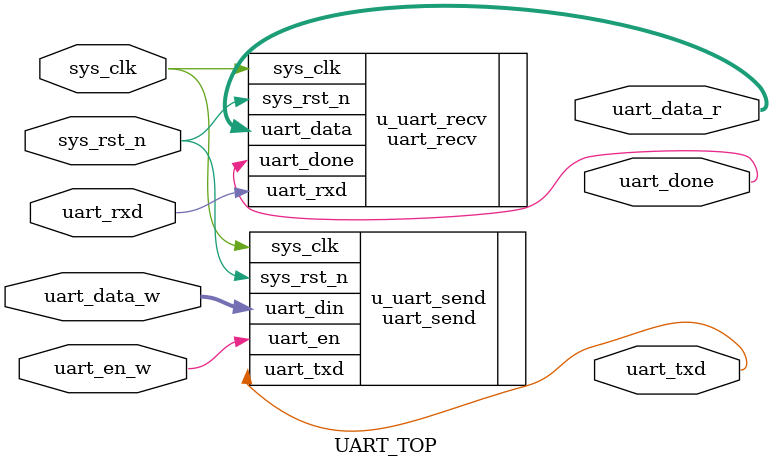
<source format=v>
`timescale 1ns / 1ps


module UART_TOP(
    //ÐÅºÅ¶Ë¿Ú
    input           sys_clk,          //Íâ²¿50MÊ±ÖÓ
    input           sys_rst_n,        //Íâ²¿¸´Î»ÐÅºÅ£¬µÍÓÐÐ§
    //uart½Ó¿Ú
    input           uart_rxd,         //UART½ÓÊÕ¶Ë¿Ú
    output          uart_txd,         //UART·¢ËÍ¶Ë¿Ú
    
    //Í¨ÐÅ½Ó¿Ú
    output          uart_done,       //UART½ÓÊÕÒ»Ö¡Êý¾ÝÍê³É±êÖ¾ÐÅºÅ
    output  [7:0]   uart_data_r,     //ÇëÇó´«½øUARTÊý¾Ý
    
    input   [7:0]   uart_data_w,     //ÒªÇó UART ·¢ËÍµÄÊý¾Ý
    input           uart_en_w       //ÒªÇó·¢ËÍÊ¹ÄÜÐÅºÅ
    
    );
  //parameter define
    parameter  CLK_FREQ = 100_000_000;       //¶¨ÒåÏµÍ³Ê±ÖÓÆµÂÊ
    parameter  UART_BPS = 9600;         //¶¨Òå´®¿Ú²¨ÌØÂÊ  
    //wire define   
//wire       uart_en_w;                 //UART·¢ËÍÊ¹ÄÜ
//wire [7:0] uart_data_w;               //UART·¢ËÍÊý¾Ý
//wire       clk_1m_w;                  //1MHzÊ±ÖÓ£¬ÓÃÓÚSignaltapµ÷ÊÔ

//*****************************************************
//**                    main code
//*****************************************************
     
uart_recv #(                          //´®¿Ú½ÓÊÕÄ£¿é
    .CLK_FREQ       (CLK_FREQ),       //ÉèÖÃÏµÍ³Ê±ÖÓÆµÂÊ
    .UART_BPS       (UART_BPS))       //ÉèÖÃ´®¿Ú½ÓÊÕ²¨ÌØÂÊ
u_uart_recv(                 
    .sys_clk        (sys_clk),               //ÏµÍ³Ê±ÖÓ                   input		          
    .sys_rst_n      (sys_rst_n),             //ÏµÍ³¸´Î»£¬µÍµçÆ½ÓÐÐ§        input    
    
    //Ó²¼þ½Ó¿Ú
    .uart_rxd       (uart_rxd),             //UART½ÓÊÕ¶Ë¿Ú                input   
    //Êý¾Ý½Ó¿Ú
    .uart_done      (uart_done),            //UART½ÓÊÕÒ»Ö¡Êý¾ÝÍê³É±êÖ¾ÐÅºÅ output  
    .uart_data      (uart_data_r)           //ÇëÇó´«½øUARTÊý¾Ý            output  
    );
    
uart_send #(                          //´®¿Ú·¢ËÍÄ£¿é
    .CLK_FREQ       (CLK_FREQ),       //ÉèÖÃÏµÍ³Ê±ÖÓÆµÂÊ
    .UART_BPS       (UART_BPS))       //ÉèÖÃ´®¿Ú·¢ËÍ²¨ÌØÂÊ
u_uart_send(                 
    .sys_clk        (sys_clk),          //ÏµÍ³Ê±ÖÓ                           input	
    .sys_rst_n      (sys_rst_n),      //ÏµÍ³¸´Î»£¬µÍµçÆ½ÓÐÐ§                 input 
    
   //Êý¾Ý½Ó¿Ú
    .uart_en        (uart_en_w),      //·¢ËÍÊ¹ÄÜÐÅºÅ                         input 
    .uart_din       (uart_data_w),    //ÒªÇó UART ·¢ËÍµÄÊý¾Ý                  input 
    //Ó²¼þ½Ó¿Ú
    .uart_txd       (uart_txd)        //UART·¢ËÍ¶Ë¿Ú                         output
    );                                       
    
    
    
    
endmodule

</source>
